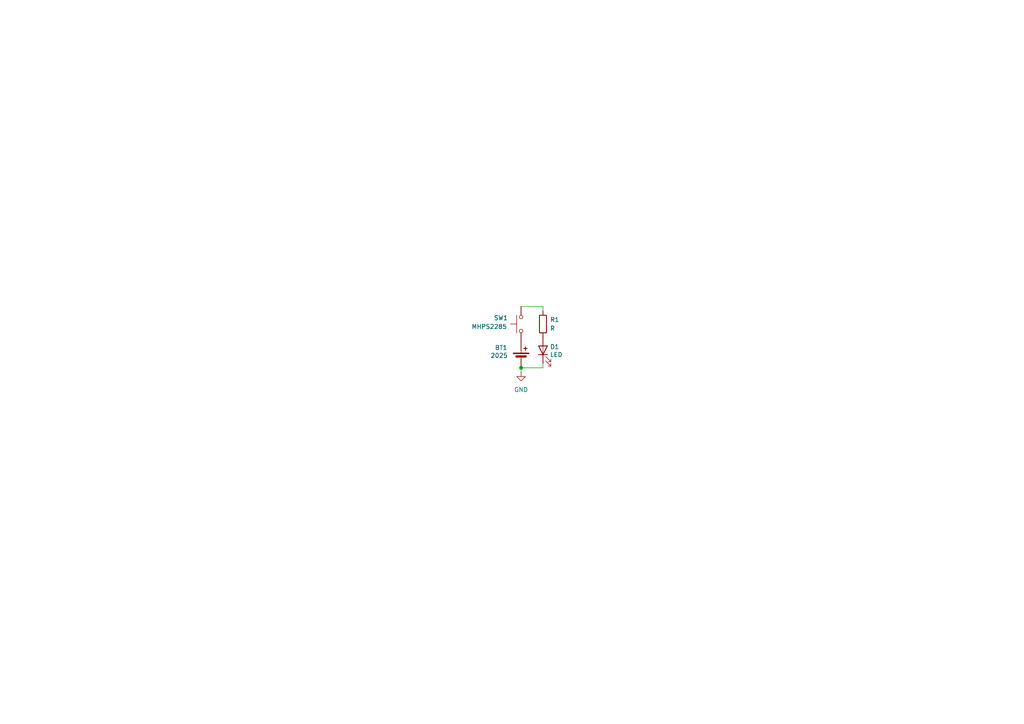
<source format=kicad_sch>
(kicad_sch (version 20250114) (generator "eeschema") (generator_version "9.0")
  (paper "A4")
  (title_block (title "Workshop 2025-04 Template") (rev "1.0.0"))
  (lib_symbols
    (symbol "Device:Battery_Cell" (pin_numbers (hide yes)) (pin_names (offset 0) (hide yes))
      (property "Reference" "BT" (at 2.54 2.54 0))
      (property "Value" "Battery_Cell" (at 2.54 0 0))
      (symbol "Battery_Cell_0_1"
        (rectangle (start -2.286 1.778) (end 2.286 1.524) (fill (type outline)))
        (rectangle (start -1.524 1.016) (end 1.524 0.508) (fill (type outline)))
        (polyline (pts (xy 0 1.778) (xy 0 2.54)))
        (polyline (pts (xy 0 0.762) (xy 0 0)))
        (polyline (pts (xy 0.762 3.048) (xy 1.778 3.048)) (stroke (width 0.254)))
        (polyline (pts (xy 1.27 3.556) (xy 1.27 2.54)) (stroke (width 0.254)))
      )
      (symbol "Battery_Cell_1_1"
        (pin passive line (at 0 5.08 270) (length 2.54) (name "+") (number "1"))
        (pin passive line (at 0 -2.54 90) (length 2.54) (name "-") (number "2"))
      )
    )
    (symbol "Device:LED" (pin_numbers (hide yes)) (pin_names (offset 1.016) (hide yes))
      (property "Reference" "D" (at 0 2.54 0))
      (property "Value" "LED" (at 0 -2.54 0))
      (symbol "LED_0_1"
        (polyline (pts (xy -3.048 -0.762) (xy -4.572 -2.286) (xy -3.81 -2.286) (xy -4.572 -2.286) (xy -4.572 -1.524)))
        (polyline (pts (xy -1.778 -0.762) (xy -3.302 -2.286) (xy -2.54 -2.286) (xy -3.302 -2.286) (xy -3.302 -1.524)))
        (polyline (pts (xy -1.27 0) (xy 1.27 0)))
        (polyline (pts (xy -1.27 -1.27) (xy -1.27 1.27)) (stroke (width 0.254)))
        (polyline (pts (xy 1.27 -1.27) (xy 1.27 1.27) (xy -1.27 0) (xy 1.27 -1.27)) (stroke (width 0.254)))
      )
      (symbol "LED_1_1"
        (pin passive line (at -3.81 0 0) (length 2.54) (name "K") (number "1"))
        (pin passive line (at 3.81 0 180) (length 2.54) (name "A") (number "2"))
      )
    )
    (symbol "Device:R" (pin_numbers (hide yes)) (pin_names (offset 0))
      (property "Reference" "R" (at 2.032 0 90))
      (property "Value" "R" (at 0 0 90))
      (symbol "R_0_1"
        (rectangle (start -1.016 -2.54) (end 1.016 2.54) (stroke (width 0.254)))
      )
      (symbol "R_1_1"
        (pin passive line (at 0 3.81 270) (length 1.27) (name "~") (number "1"))
        (pin passive line (at 0 -3.81 90) (length 1.27) (name "~") (number "2"))
      )
    )
    (symbol "Switch:SW_Push" (pin_numbers (hide yes)) (pin_names (offset 1.016) (hide yes))
      (property "Reference" "SW" (at 1.27 2.54 0))
      (property "Value" "SW_Push" (at 0 -1.524 0))
      (symbol "SW_Push_0_1"
        (circle (center -2.032 0) (radius 0.508))
        (polyline (pts (xy 0 1.27) (xy 0 3.048)))
        (circle (center 2.032 0) (radius 0.508))
        (polyline (pts (xy 2.54 1.27) (xy -2.54 1.27)))
        (pin passive line (at -5.08 0 0) (length 2.54) (name "1") (number "1"))
        (pin passive line (at 5.08 0 180) (length 2.54) (name "2") (number "2"))
      )
    )
    (symbol "power:GND" (power) (pin_numbers (hide yes)) (pin_names (offset 0) (hide yes))
      (property "Value" "GND" (at 0 -3.81 0))
      (symbol "GND_0_1"
        (polyline (pts (xy 0 0) (xy 0 -1.27) (xy 1.27 -1.27) (xy 0 -2.54) (xy -1.27 -1.27) (xy 0 -1.27)))
      )
      (symbol "GND_1_1"
        (pin power_in line (at 0 0 270) (length 0) (name "~") (number "1"))
      )
    )
  )
  (junction (at 151.13 106.68))
  (wire (pts (xy 157.48 88.9) (xy 151.13 88.9)))
  (wire (pts (xy 151.13 107.95) (xy 151.13 106.68)))
  (wire (pts (xy 157.48 88.9) (xy 157.48 90.17)))
  (wire (pts (xy 157.48 105.41) (xy 157.48 106.68)))
  (wire (pts (xy 157.48 106.68) (xy 151.13 106.68)))
  (symbol (lib_id "Device:LED") (at 157.48 101.6 90) (unit 1)
    (property "Reference" "D1" (at 159.512 100.584 90) (effects (justify right)))
    (property "Value" "LED" (at 159.512 102.87 90) (effects (justify right)))
    (property "Footprint" "LED_THT:LED_D5.0mm" (effects (hide yes)))
    (property "Datasheet" "kicad-embed://C5SMF-RJE-CT0W0BB1.pdf" (effects (hide yes)))
    (property "Description" "Light emitting diode" (effects (hide yes)))
    (property "Sim.Pins" "1=K 2=A" (effects (hide yes)))
    (property "Mouser Link" "https://www.mouser.fi/ProductDetail/Cree-LED/C5SMF-RJE-CT0W0BB1?qs=sGAEpiMZZMv0DJfhVcWlK937xZ7pf2yKrSt8t2FGj%2FzNgKgRXEyIDg%3D%3D" (effects (hide yes)))
    (property "Mouser No." "941-C5SMFRJECT0W0BB1" (effects (hide yes)))
    (property "Manufacturer No." "C5SMF-RJE-CT0W0BB1" (effects (hide yes)))
  )
  (symbol (lib_id "power:GND") (at 151.13 107.95 0) (unit 1)
    (property "Reference" "#PWR01" (effects (hide yes)))
    (property "Value" "GND" (at 151.13 113.03 0))
    (property "Description" "Power symbol creates a global label with name \"GND\" , ground" (effects (hide yes)))
  )
  (symbol (lib_id "Device:R") (at 157.48 93.98 180) (unit 1)
    (property "Reference" "R1" (at 159.512 92.71 0) (effects (justify right)))
    (property "Value" "R" (at 159.512 95.25 0) (effects (justify right)))
    (property "Description" "Resistor" (effects (hide yes)))
  )
  (symbol (lib_id "Switch:SW_Push") (at 151.13 93.98 90) (unit 1)
    (property "Reference" "SW1" (at 147.32 92.202 90) (effects (justify left)))
    (property "Value" "MHPS2285" (at 147.066 94.742 90) (effects (justify left)))
    (property "Datasheet" "kicad-embed://MHPS2285V.pdf" (effects (hide yes)))
    (property "Description" "Push button switch, generic, two pins" (effects (hide yes)))
    (property "Manufacturer No." "MHPS2285V" (effects (hide yes)))
    (property "Mouser Link" "https://www.mouser.fi/ProductDetail/Apem/MHPS2285V?qs=6hR9CYnVCPAFDBxI9FF22g%3D%3D" (effects (hide yes)))
    (property "Mouser No." " 642-MHPS2285V " (effects (hide yes)))
  )
  (symbol (lib_id "Device:Battery_Cell") (at 151.13 104.14 0) (unit 1)
    (property "Reference" "BT1" (at 143.51 100.838 0) (effects (justify left)))
    (property "Value" "2025" (at 142.24 103.124 0) (effects (justify left)))
    (property "Datasheet" "kicad-embed://BAT-HLD-005-THM.pdf" (effects (hide yes)))
    (property "Description" "Single-cell battery" (effects (hide yes)))
    (property "Manufacturer No." "BAT-HLD-005-THM" (effects (hide yes)))
    (property "Mouser Link" "https://www.mouser.fi/ProductDetail/TE-Connectivity-Linx-Technologies/BAT-HLD-005-THM?qs=TuK3vfAjtkXjhh4FQtEXIQ%3D%3D" (effects (hide yes)))
    (property "Mouser No." "712-BAT-HLD-005-THM" (effects (hide yes)))
  )
)
</source>
